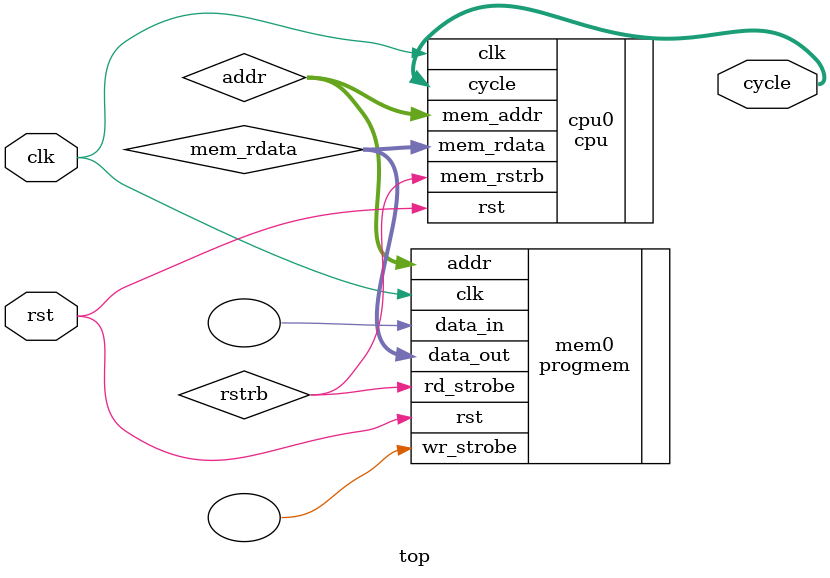
<source format=v>
`include "cpu.v"
`include "progmem.v"

module top(
    input rst, clk,
    output [31:0] cycle
    
  );
  wire [31:0]   addr;
  wire [31:0] mem_rdata;
  wire rstrb;
  
  
  //Instantiate sub modules
  cpu cpu0(
        .rst(rst), .clk(clk),
        .mem_rdata(mem_rdata),
           .mem_addr(addr),
        .cycle(cycle),
        .mem_rstrb(rstrb)
        
      );

  progmem mem0(
            .rst(rst), .clk(clk),
            .addr(addr),
            .data_in(),
            .rd_strobe(rstrb),
            .wr_strobe(),
            .data_out(mem_rdata)
          );
  
endmodule

</source>
